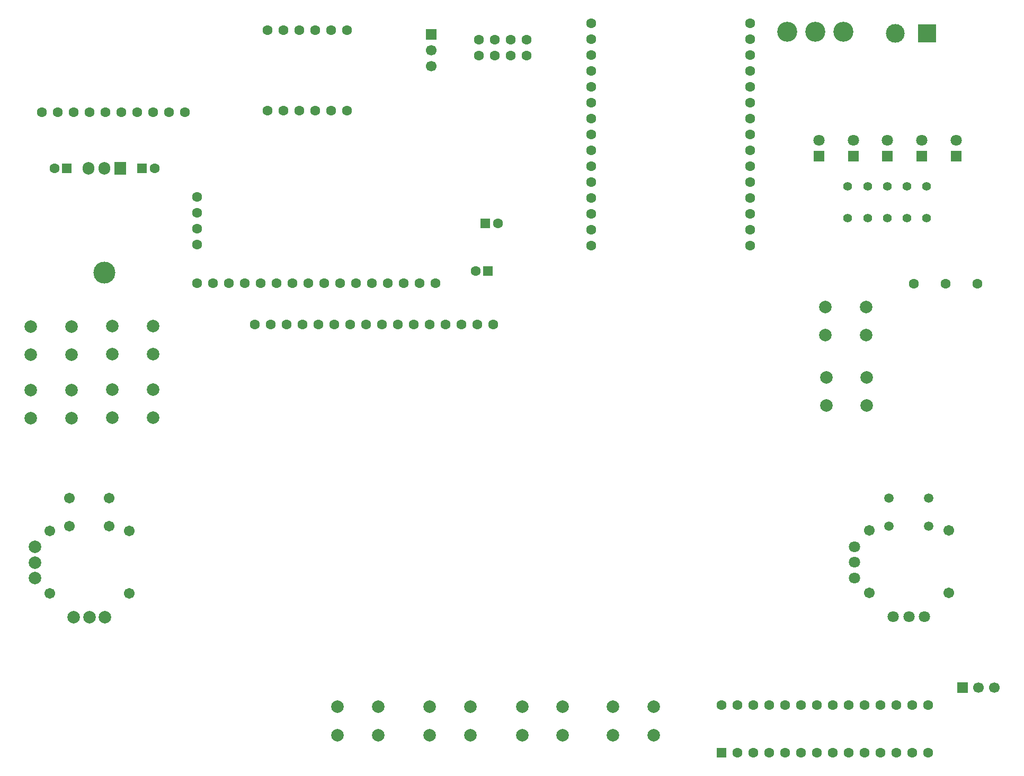
<source format=gbr>
%TF.GenerationSoftware,KiCad,Pcbnew,9.0.4-9.0.4-0~ubuntu22.04.1*%
%TF.CreationDate,2025-09-08T17:48:54-03:00*%
%TF.ProjectId,control,636f6e74-726f-46c2-9e6b-696361645f70,rev?*%
%TF.SameCoordinates,Original*%
%TF.FileFunction,Soldermask,Bot*%
%TF.FilePolarity,Negative*%
%FSLAX46Y46*%
G04 Gerber Fmt 4.6, Leading zero omitted, Abs format (unit mm)*
G04 Created by KiCad (PCBNEW 9.0.4-9.0.4-0~ubuntu22.04.1) date 2025-09-08 17:48:54*
%MOMM*%
%LPD*%
G01*
G04 APERTURE LIST*
G04 Aperture macros list*
%AMRoundRect*
0 Rectangle with rounded corners*
0 $1 Rounding radius*
0 $2 $3 $4 $5 $6 $7 $8 $9 X,Y pos of 4 corners*
0 Add a 4 corners polygon primitive as box body*
4,1,4,$2,$3,$4,$5,$6,$7,$8,$9,$2,$3,0*
0 Add four circle primitives for the rounded corners*
1,1,$1+$1,$2,$3*
1,1,$1+$1,$4,$5*
1,1,$1+$1,$6,$7*
1,1,$1+$1,$8,$9*
0 Add four rect primitives between the rounded corners*
20,1,$1+$1,$2,$3,$4,$5,0*
20,1,$1+$1,$4,$5,$6,$7,0*
20,1,$1+$1,$6,$7,$8,$9,0*
20,1,$1+$1,$8,$9,$2,$3,0*%
G04 Aperture macros list end*
%ADD10C,1.704000*%
%ADD11C,1.800000*%
%ADD12C,1.500000*%
%ADD13C,1.600000*%
%ADD14C,3.204000*%
%ADD15RoundRect,0.250000X0.550000X0.550000X-0.550000X0.550000X-0.550000X-0.550000X0.550000X-0.550000X0*%
%ADD16RoundRect,0.250000X-0.550000X-0.550000X0.550000X-0.550000X0.550000X0.550000X-0.550000X0.550000X0*%
%ADD17C,2.004000*%
%ADD18C,2.000000*%
%ADD19R,1.700000X1.700000*%
%ADD20C,1.700000*%
%ADD21C,3.500000*%
%ADD22R,1.905000X2.000000*%
%ADD23O,1.905000X2.000000*%
%ADD24R,3.000000X3.000000*%
%ADD25C,3.000000*%
%ADD26R,1.800000X1.800000*%
%ADD27C,1.400000*%
%ADD28RoundRect,0.250000X0.550000X-0.550000X0.550000X0.550000X-0.550000X0.550000X-0.550000X-0.550000X0*%
G04 APERTURE END LIST*
D10*
%TO.C,U3*%
X200350000Y-122028620D03*
X200350000Y-132028620D03*
X213050000Y-122028620D03*
X213050000Y-132028620D03*
D11*
X197950000Y-129628620D03*
X209150000Y-135828620D03*
X197950000Y-124628620D03*
D12*
X203450000Y-116828620D03*
D11*
X204150000Y-135828620D03*
D12*
X209850000Y-116828620D03*
D11*
X206650000Y-135828620D03*
X197950000Y-127128620D03*
D12*
X203450000Y-121328620D03*
X209850000Y-121328620D03*
%TD*%
D13*
%TO.C,RV1*%
X207420000Y-82600000D03*
X212500000Y-82600000D03*
X217580000Y-82600000D03*
%TD*%
D14*
%TO.C,SW1*%
X196200000Y-42300000D03*
X191700000Y-42300000D03*
X187200000Y-42300000D03*
%TD*%
D15*
%TO.C,C4*%
X139400000Y-80500000D03*
D13*
X137400000Y-80500000D03*
%TD*%
D16*
%TO.C,C3*%
X139000000Y-72900000D03*
D13*
X141000000Y-72900000D03*
%TD*%
D10*
%TO.C,U4*%
X69380000Y-122079839D03*
X69380000Y-132079839D03*
X82080000Y-122079839D03*
X82080000Y-132079839D03*
D17*
X66980000Y-129679839D03*
X78180000Y-135879839D03*
X66980000Y-124679839D03*
D10*
X72480000Y-116879839D03*
D17*
X73180000Y-135879839D03*
D10*
X78880000Y-116879839D03*
D17*
X75680000Y-135879839D03*
X66980000Y-127179839D03*
D10*
X72480000Y-121379839D03*
X78880000Y-121379839D03*
%TD*%
D13*
%TO.C,U11*%
X131020000Y-82500000D03*
X128480000Y-82500000D03*
X125940000Y-82500000D03*
X123400000Y-82500000D03*
X120860000Y-82500000D03*
X118320000Y-82500000D03*
X115780000Y-82500000D03*
X113240000Y-82500000D03*
X110700000Y-82500000D03*
X108160000Y-82500000D03*
X105620000Y-82500000D03*
X103080000Y-82500000D03*
X100540000Y-82500000D03*
X98000000Y-82500000D03*
X95460000Y-82500000D03*
X92920000Y-82500000D03*
X92900000Y-68660000D03*
X92900000Y-71200000D03*
X92900000Y-73740000D03*
X92900000Y-76280000D03*
%TD*%
D18*
%TO.C,SW3*%
X130100000Y-150250000D03*
X136600000Y-150250000D03*
X130100000Y-154750000D03*
X136600000Y-154750000D03*
%TD*%
%TO.C,SW11*%
X79350000Y-99500000D03*
X85850000Y-99500000D03*
X79350000Y-104000000D03*
X85850000Y-104000000D03*
%TD*%
D19*
%TO.C,U10*%
X215220000Y-147150000D03*
D20*
X217760000Y-147150000D03*
X220300000Y-147150000D03*
%TD*%
D21*
%TO.C,U9*%
X78100000Y-80780000D03*
D22*
X80640000Y-64120000D03*
D23*
X78100000Y-64120000D03*
X75560000Y-64120000D03*
%TD*%
D24*
%TO.C,U1*%
X209580000Y-42500000D03*
D25*
X204500000Y-42500000D03*
%TD*%
D18*
%TO.C,SW8*%
X66300000Y-89400000D03*
X72800000Y-89400000D03*
X66300000Y-93900000D03*
X72800000Y-93900000D03*
%TD*%
D26*
%TO.C,D1*%
X192320000Y-62150000D03*
D11*
X192320000Y-59610000D03*
%TD*%
D27*
%TO.C,R2*%
X200050000Y-72030000D03*
X200050000Y-66950000D03*
%TD*%
D18*
%TO.C,SW4*%
X144850000Y-150250000D03*
X151350000Y-150250000D03*
X144850000Y-154750000D03*
X151350000Y-154750000D03*
%TD*%
D15*
%TO.C,C2*%
X72100000Y-64150000D03*
D13*
X70100000Y-64150000D03*
%TD*%
D18*
%TO.C,SW5*%
X159350000Y-150250000D03*
X165850000Y-150250000D03*
X159350000Y-154750000D03*
X165850000Y-154750000D03*
%TD*%
D13*
%TO.C,U13*%
X102100000Y-89050000D03*
X104640000Y-89050000D03*
X107180000Y-89050000D03*
X109720000Y-89050000D03*
X112260000Y-89050000D03*
X114800000Y-89050000D03*
X117340000Y-89050000D03*
X119880000Y-89050000D03*
X122420000Y-89050000D03*
X124960000Y-89050000D03*
X127500000Y-89050000D03*
X130040000Y-89050000D03*
X132580000Y-89050000D03*
X135120000Y-89050000D03*
X137660000Y-89050000D03*
X140200000Y-89050000D03*
%TD*%
D19*
%TO.C,U7*%
X130300000Y-42710000D03*
D20*
X130300000Y-45250000D03*
X130300000Y-47790000D03*
%TD*%
D18*
%TO.C,SW7*%
X193450000Y-97550000D03*
X199950000Y-97550000D03*
X193450000Y-102050000D03*
X199950000Y-102050000D03*
%TD*%
D27*
%TO.C,R4*%
X206350000Y-72030000D03*
X206350000Y-66950000D03*
%TD*%
D28*
%TO.C,U12*%
X176740000Y-157550000D03*
D13*
X179280000Y-157550000D03*
X181820000Y-157550000D03*
X184360000Y-157550000D03*
X186900000Y-157550000D03*
X189440000Y-157550000D03*
X191980000Y-157550000D03*
X194520000Y-157550000D03*
X197060000Y-157550000D03*
X199600000Y-157550000D03*
X202140000Y-157550000D03*
X204680000Y-157550000D03*
X207220000Y-157550000D03*
X209760000Y-157550000D03*
X209760000Y-149930000D03*
X207220000Y-149930000D03*
X204680000Y-149930000D03*
X202140000Y-149930000D03*
X199600000Y-149930000D03*
X197060000Y-149930000D03*
X194520000Y-149930000D03*
X191980000Y-149930000D03*
X189440000Y-149930000D03*
X186900000Y-149930000D03*
X184360000Y-149930000D03*
X181820000Y-149930000D03*
X179280000Y-149930000D03*
X176740000Y-149930000D03*
%TD*%
D26*
%TO.C,D5*%
X214200000Y-62150000D03*
D11*
X214200000Y-59610000D03*
%TD*%
D27*
%TO.C,R3*%
X203200000Y-72030000D03*
X203200000Y-66950000D03*
%TD*%
D18*
%TO.C,SW9*%
X66300000Y-99550000D03*
X72800000Y-99550000D03*
X66300000Y-104050000D03*
X72800000Y-104050000D03*
%TD*%
D16*
%TO.C,C1*%
X84100000Y-64120000D03*
D13*
X86100000Y-64120000D03*
%TD*%
%TO.C,U6*%
X78260000Y-55150000D03*
X80800000Y-55150000D03*
X70640000Y-55150000D03*
X83340000Y-55150000D03*
X85880000Y-55150000D03*
X88420000Y-55150000D03*
X90960000Y-55150000D03*
X68100000Y-55150000D03*
X75720000Y-55150000D03*
X73180000Y-55150000D03*
%TD*%
D26*
%TO.C,D2*%
X197790000Y-62150000D03*
D11*
X197790000Y-59610000D03*
%TD*%
D27*
%TO.C,R1*%
X196900000Y-72030000D03*
X196900000Y-66950000D03*
%TD*%
D13*
%TO.C,U8*%
X116880000Y-42050000D03*
X114340000Y-42050000D03*
X111800000Y-42050000D03*
X109260000Y-42050000D03*
X106720000Y-42050000D03*
X104180000Y-42050000D03*
X116860000Y-54850000D03*
X114320000Y-54850000D03*
X111780000Y-54850000D03*
X109240000Y-54850000D03*
X106700000Y-54850000D03*
X104160000Y-54850000D03*
%TD*%
D18*
%TO.C,SW2*%
X115350000Y-150250000D03*
X121850000Y-150250000D03*
X115350000Y-154750000D03*
X121850000Y-154750000D03*
%TD*%
D13*
%TO.C,U5*%
X137900000Y-46090000D03*
X137900000Y-43550000D03*
X140440000Y-46090000D03*
X140440000Y-43550000D03*
X142980000Y-46090000D03*
X142980000Y-43550000D03*
X145520000Y-46090000D03*
X145520000Y-43550000D03*
%TD*%
D26*
%TO.C,D4*%
X208730000Y-62150000D03*
D11*
X208730000Y-59610000D03*
%TD*%
D18*
%TO.C,SW6*%
X193350000Y-86300000D03*
X199850000Y-86300000D03*
X193350000Y-90800000D03*
X199850000Y-90800000D03*
%TD*%
%TO.C,SW10*%
X79350000Y-89350000D03*
X85850000Y-89350000D03*
X79350000Y-93850000D03*
X85850000Y-93850000D03*
%TD*%
D13*
%TO.C,U2*%
X181300000Y-76490000D03*
X181300000Y-73950000D03*
X181300000Y-71410000D03*
X181300000Y-68870000D03*
X181300000Y-66330000D03*
X181300000Y-63790000D03*
X181300000Y-61250000D03*
X181300000Y-58710000D03*
X181300000Y-56170000D03*
X181300000Y-53630000D03*
X181300000Y-51090000D03*
X181300000Y-48550000D03*
X181300000Y-46010000D03*
X181300000Y-43470000D03*
X181300000Y-40930000D03*
X155900000Y-76490000D03*
X155900000Y-73950000D03*
X155900000Y-71410000D03*
X155900000Y-68870000D03*
X155900000Y-66330000D03*
X155900000Y-63790000D03*
X155900000Y-61250000D03*
X155900000Y-58710000D03*
X155900000Y-56170000D03*
X155900000Y-53630000D03*
X155900000Y-51090000D03*
X155900000Y-48550000D03*
X155900000Y-46010000D03*
X155900000Y-43470000D03*
X155900000Y-40930000D03*
%TD*%
D27*
%TO.C,R5*%
X209500000Y-72030000D03*
X209500000Y-66950000D03*
%TD*%
D26*
%TO.C,D3*%
X203260000Y-62150000D03*
D11*
X203260000Y-59610000D03*
%TD*%
M02*

</source>
